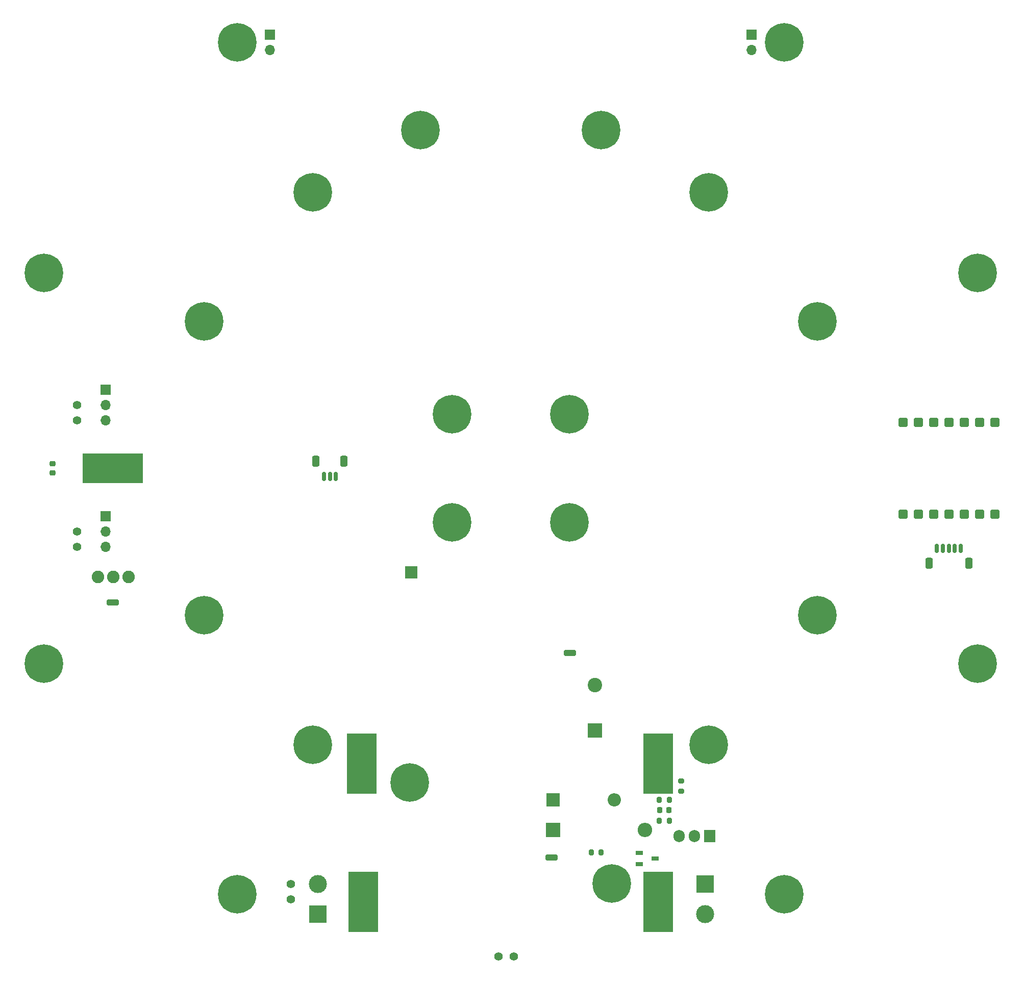
<source format=gts>
G04 #@! TF.GenerationSoftware,KiCad,Pcbnew,7.0.9*
G04 #@! TF.CreationDate,2023-12-19T12:28:11+08:00*
G04 #@! TF.ProjectId,layer1,6c617965-7231-42e6-9b69-6361645f7063,rev?*
G04 #@! TF.SameCoordinates,Original*
G04 #@! TF.FileFunction,Soldermask,Top*
G04 #@! TF.FilePolarity,Negative*
%FSLAX46Y46*%
G04 Gerber Fmt 4.6, Leading zero omitted, Abs format (unit mm)*
G04 Created by KiCad (PCBNEW 7.0.9) date 2023-12-19 12:28:11*
%MOMM*%
%LPD*%
G01*
G04 APERTURE LIST*
G04 Aperture macros list*
%AMRoundRect*
0 Rectangle with rounded corners*
0 $1 Rounding radius*
0 $2 $3 $4 $5 $6 $7 $8 $9 X,Y pos of 4 corners*
0 Add a 4 corners polygon primitive as box body*
4,1,4,$2,$3,$4,$5,$6,$7,$8,$9,$2,$3,0*
0 Add four circle primitives for the rounded corners*
1,1,$1+$1,$2,$3*
1,1,$1+$1,$4,$5*
1,1,$1+$1,$6,$7*
1,1,$1+$1,$8,$9*
0 Add four rect primitives between the rounded corners*
20,1,$1+$1,$2,$3,$4,$5,0*
20,1,$1+$1,$4,$5,$6,$7,0*
20,1,$1+$1,$6,$7,$8,$9,0*
20,1,$1+$1,$8,$9,$2,$3,0*%
G04 Aperture macros list end*
%ADD10R,2.400000X2.400000*%
%ADD11C,2.400000*%
%ADD12RoundRect,0.200000X0.200000X0.275000X-0.200000X0.275000X-0.200000X-0.275000X0.200000X-0.275000X0*%
%ADD13R,5.000000X10.000000*%
%ADD14C,6.400000*%
%ADD15R,2.200000X2.200000*%
%ADD16O,2.200000X2.200000*%
%ADD17R,1.700000X1.700000*%
%ADD18O,1.700000X1.700000*%
%ADD19R,10.000000X5.000000*%
%ADD20R,1.220000X0.650000*%
%ADD21RoundRect,0.225000X0.250000X-0.225000X0.250000X0.225000X-0.250000X0.225000X-0.250000X-0.225000X0*%
%ADD22RoundRect,0.250000X0.750000X-0.250000X0.750000X0.250000X-0.750000X0.250000X-0.750000X-0.250000X0*%
%ADD23RoundRect,0.150000X0.600000X-0.600000X0.600000X0.600000X-0.600000X0.600000X-0.600000X-0.600000X0*%
%ADD24RoundRect,0.150000X-0.600000X0.600000X-0.600000X-0.600000X0.600000X-0.600000X0.600000X0.600000X0*%
%ADD25RoundRect,0.150000X-0.150000X-0.625000X0.150000X-0.625000X0.150000X0.625000X-0.150000X0.625000X0*%
%ADD26RoundRect,0.250000X-0.350000X-0.650000X0.350000X-0.650000X0.350000X0.650000X-0.350000X0.650000X0*%
%ADD27RoundRect,0.150000X0.150000X0.625000X-0.150000X0.625000X-0.150000X-0.625000X0.150000X-0.625000X0*%
%ADD28RoundRect,0.250000X0.350000X0.650000X-0.350000X0.650000X-0.350000X-0.650000X0.350000X-0.650000X0*%
%ADD29R,3.000000X3.000000*%
%ADD30C,3.000000*%
%ADD31RoundRect,0.225000X0.225000X0.250000X-0.225000X0.250000X-0.225000X-0.250000X0.225000X-0.250000X0*%
%ADD32RoundRect,0.200000X0.275000X-0.200000X0.275000X0.200000X-0.275000X0.200000X-0.275000X-0.200000X0*%
%ADD33R,1.905000X2.000000*%
%ADD34O,1.905000X2.000000*%
%ADD35RoundRect,0.250001X-0.799999X-0.799999X0.799999X-0.799999X0.799999X0.799999X-0.799999X0.799999X0*%
%ADD36O,2.400000X2.400000*%
%ADD37C,2.082800*%
%ADD38C,1.400000*%
G04 APERTURE END LIST*
D10*
X119000000Y-148512754D03*
D11*
X119000000Y-141012754D03*
D12*
X120000000Y-168750000D03*
X118350000Y-168750000D03*
X131325000Y-163500000D03*
X129675000Y-163500000D03*
D13*
X129500000Y-177000000D03*
D14*
X150362000Y-34301500D03*
X155865000Y-129405000D03*
X27498500Y-72603700D03*
D15*
X112000000Y-160000000D03*
D16*
X122160000Y-160000000D03*
D14*
X120000000Y-48868500D03*
D17*
X37800000Y-91975000D03*
D18*
X37800000Y-94515000D03*
X37800000Y-97055000D03*
D19*
X39000000Y-105000000D03*
D20*
X126380000Y-168800000D03*
X126380000Y-170700000D03*
X129000000Y-169750000D03*
D14*
X114750000Y-114000000D03*
X137867000Y-150854000D03*
X72133128Y-59145717D03*
D21*
X29000000Y-105775000D03*
X29000000Y-104225000D03*
D14*
X59637900Y-175699000D03*
X88236000Y-157118000D03*
D22*
X111800000Y-169600000D03*
D14*
X54135100Y-129405000D03*
X95250000Y-96000000D03*
X137867000Y-59145700D03*
X182501000Y-72603700D03*
X95250000Y-114000000D03*
X150362000Y-175699000D03*
X121764000Y-173882000D03*
D17*
X37800000Y-112975000D03*
D18*
X37800000Y-115515000D03*
X37800000Y-118055000D03*
D23*
X185370000Y-97380000D03*
X182830000Y-97380000D03*
X180290000Y-97380000D03*
X177750000Y-97380000D03*
X175210000Y-97380000D03*
X172670000Y-97380000D03*
X170130000Y-97380000D03*
D24*
X170130000Y-112620000D03*
X172670000Y-112620000D03*
X175210000Y-112620000D03*
X177750000Y-112620000D03*
X180290000Y-112620000D03*
X182830000Y-112620000D03*
X185370000Y-112620000D03*
D14*
X90000000Y-48868500D03*
D25*
X74000000Y-106325000D03*
X75000000Y-106325000D03*
X76000000Y-106325000D03*
D26*
X72700000Y-103800000D03*
X77300000Y-103800000D03*
D14*
X72133100Y-150854000D03*
D27*
X179700000Y-118250000D03*
X178700000Y-118250000D03*
X177700000Y-118250000D03*
X176700000Y-118250000D03*
X175700000Y-118250000D03*
D28*
X181000000Y-120775000D03*
X174400000Y-120775000D03*
D13*
X129500000Y-154000000D03*
D14*
X54135100Y-80595000D03*
D22*
X39000000Y-127250000D03*
D13*
X80250000Y-154000000D03*
D29*
X137250000Y-174000000D03*
D30*
X137250000Y-179000000D03*
D14*
X59637900Y-34301500D03*
D31*
X131275000Y-161750000D03*
X129725000Y-161750000D03*
D32*
X133250000Y-158575000D03*
X133250000Y-156925000D03*
D29*
X73000000Y-179000000D03*
D30*
X73000000Y-174000000D03*
D33*
X138000000Y-166000000D03*
D34*
X135460000Y-166000000D03*
X132920000Y-166000000D03*
D14*
X182501000Y-137396000D03*
D35*
X88500000Y-122250000D03*
D12*
X131325000Y-160000000D03*
X129675000Y-160000000D03*
D14*
X155865000Y-80595000D03*
D17*
X65000000Y-33000000D03*
D18*
X65000000Y-35540000D03*
D14*
X27498500Y-137396000D03*
D10*
X112000000Y-165000000D03*
D36*
X127240000Y-165000000D03*
D13*
X80500000Y-177000000D03*
D22*
X114800000Y-135600000D03*
D37*
X41572200Y-123000000D03*
X39032200Y-123000000D03*
X36492200Y-123000000D03*
D17*
X145000000Y-33000000D03*
D18*
X145000000Y-35540000D03*
D14*
X114750000Y-96000000D03*
D38*
X33000000Y-97055000D03*
X33000000Y-94515000D03*
X33000000Y-118055000D03*
X33000000Y-115515000D03*
X105540000Y-186000000D03*
X103000000Y-186000000D03*
X68500000Y-174000000D03*
X68500000Y-176540000D03*
M02*

</source>
